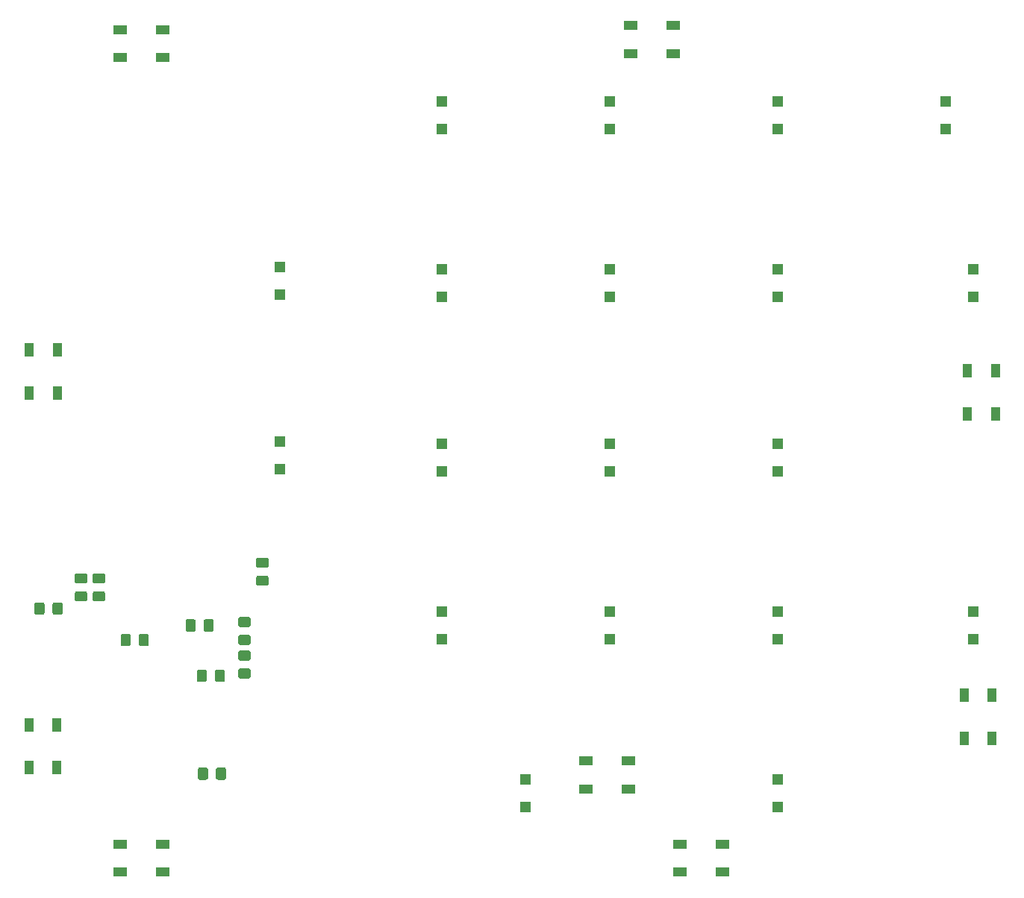
<source format=gbr>
G04 #@! TF.GenerationSoftware,KiCad,Pcbnew,(5.1.5)-3*
G04 #@! TF.CreationDate,2020-12-24T17:13:42-08:00*
G04 #@! TF.ProjectId,edge-key-seventeen,65646765-2d6b-4657-992d-736576656e74,v1.0 rev 1*
G04 #@! TF.SameCoordinates,PX7616b68PY2a640d0*
G04 #@! TF.FileFunction,Paste,Bot*
G04 #@! TF.FilePolarity,Positive*
%FSLAX46Y46*%
G04 Gerber Fmt 4.6, Leading zero omitted, Abs format (unit mm)*
G04 Created by KiCad (PCBNEW (5.1.5)-3) date 2020-12-24 17:13:42*
%MOMM*%
%LPD*%
G04 APERTURE LIST*
%ADD10R,1.000000X1.500000*%
%ADD11R,1.200000X1.200000*%
%ADD12R,1.500000X1.000000*%
%ADD13C,0.100000*%
G04 APERTURE END LIST*
D10*
G04 #@! TO.C,D29*
X1575000Y-81116000D03*
X4775000Y-81116000D03*
X1575000Y-86016000D03*
X4775000Y-86016000D03*
G04 #@! TD*
D11*
G04 #@! TO.C,D28*
X30099000Y-52121000D03*
X30099000Y-48971000D03*
G04 #@! TD*
G04 #@! TO.C,D27*
X30099000Y-32309000D03*
X30099000Y-29159000D03*
G04 #@! TD*
D10*
G04 #@! TO.C,D26*
X4851000Y-43434000D03*
X1651000Y-43434000D03*
X4851000Y-38534000D03*
X1651000Y-38534000D03*
G04 #@! TD*
D12*
G04 #@! TO.C,D25*
X11901000Y-5410000D03*
X11901000Y-2210000D03*
X16801000Y-5410000D03*
X16801000Y-2210000D03*
G04 #@! TD*
G04 #@! TO.C,D24*
X69813000Y-4952800D03*
X69813000Y-1752800D03*
X74713000Y-4952800D03*
X74713000Y-1752800D03*
G04 #@! TD*
D10*
G04 #@! TO.C,D23*
X111251800Y-45858600D03*
X108051800Y-45858600D03*
X111251800Y-40958600D03*
X108051800Y-40958600D03*
G04 #@! TD*
G04 #@! TO.C,D22*
X110870800Y-82663200D03*
X107670800Y-82663200D03*
X110870800Y-77763200D03*
X107670800Y-77763200D03*
G04 #@! TD*
D12*
G04 #@! TO.C,D21*
X64733000Y-88391800D03*
X64733000Y-85191800D03*
X69633000Y-88391800D03*
X69633000Y-85191800D03*
G04 #@! TD*
G04 #@! TO.C,D20*
X75401000Y-97866000D03*
X75401000Y-94666000D03*
X80301000Y-97866000D03*
X80301000Y-94666000D03*
G04 #@! TD*
G04 #@! TO.C,D19*
X11901000Y-97866000D03*
X11901000Y-94666000D03*
X16801000Y-97866000D03*
X16801000Y-94666000D03*
G04 #@! TD*
D11*
G04 #@! TO.C,D18*
X86518750Y-87325000D03*
X86518750Y-90475000D03*
G04 #@! TD*
G04 #@! TO.C,D17*
X57943750Y-90475000D03*
X57943750Y-87325000D03*
G04 #@! TD*
G04 #@! TO.C,D16*
X108743750Y-71425000D03*
X108743750Y-68275000D03*
G04 #@! TD*
G04 #@! TO.C,D15*
X86518750Y-71425000D03*
X86518750Y-68275000D03*
G04 #@! TD*
G04 #@! TO.C,D14*
X67468750Y-71425000D03*
X67468750Y-68275000D03*
G04 #@! TD*
G04 #@! TO.C,D13*
X48418750Y-71425000D03*
X48418750Y-68275000D03*
G04 #@! TD*
G04 #@! TO.C,D12*
X86518750Y-52375000D03*
X86518750Y-49225000D03*
G04 #@! TD*
G04 #@! TO.C,D11*
X67468750Y-52375000D03*
X67468750Y-49225000D03*
G04 #@! TD*
G04 #@! TO.C,D10*
X48418750Y-52375000D03*
X48418750Y-49225000D03*
G04 #@! TD*
G04 #@! TO.C,D9*
X108743750Y-29381250D03*
X108743750Y-32531250D03*
G04 #@! TD*
G04 #@! TO.C,D7*
X86518750Y-32531250D03*
X86518750Y-29381250D03*
G04 #@! TD*
G04 #@! TO.C,D6*
X67468750Y-32531250D03*
X67468750Y-29381250D03*
G04 #@! TD*
G04 #@! TO.C,D5*
X48418750Y-32531250D03*
X48418750Y-29381250D03*
G04 #@! TD*
G04 #@! TO.C,D4*
X105568750Y-13481250D03*
X105568750Y-10331250D03*
G04 #@! TD*
G04 #@! TO.C,D3*
X86518750Y-13481250D03*
X86518750Y-10331250D03*
G04 #@! TD*
G04 #@! TO.C,D2*
X67468750Y-13481250D03*
X67468750Y-10331250D03*
G04 #@! TD*
G04 #@! TO.C,D1*
X48418750Y-13481250D03*
X48418750Y-10331250D03*
G04 #@! TD*
D13*
G04 #@! TO.C,R5*
G36*
X28541505Y-62155204D02*
G01*
X28565773Y-62158804D01*
X28589572Y-62164765D01*
X28612671Y-62173030D01*
X28634850Y-62183520D01*
X28655893Y-62196132D01*
X28675599Y-62210747D01*
X28693777Y-62227223D01*
X28710253Y-62245401D01*
X28724868Y-62265107D01*
X28737480Y-62286150D01*
X28747970Y-62308329D01*
X28756235Y-62331428D01*
X28762196Y-62355227D01*
X28765796Y-62379495D01*
X28767000Y-62403999D01*
X28767000Y-63054001D01*
X28765796Y-63078505D01*
X28762196Y-63102773D01*
X28756235Y-63126572D01*
X28747970Y-63149671D01*
X28737480Y-63171850D01*
X28724868Y-63192893D01*
X28710253Y-63212599D01*
X28693777Y-63230777D01*
X28675599Y-63247253D01*
X28655893Y-63261868D01*
X28634850Y-63274480D01*
X28612671Y-63284970D01*
X28589572Y-63293235D01*
X28565773Y-63299196D01*
X28541505Y-63302796D01*
X28517001Y-63304000D01*
X27616999Y-63304000D01*
X27592495Y-63302796D01*
X27568227Y-63299196D01*
X27544428Y-63293235D01*
X27521329Y-63284970D01*
X27499150Y-63274480D01*
X27478107Y-63261868D01*
X27458401Y-63247253D01*
X27440223Y-63230777D01*
X27423747Y-63212599D01*
X27409132Y-63192893D01*
X27396520Y-63171850D01*
X27386030Y-63149671D01*
X27377765Y-63126572D01*
X27371804Y-63102773D01*
X27368204Y-63078505D01*
X27367000Y-63054001D01*
X27367000Y-62403999D01*
X27368204Y-62379495D01*
X27371804Y-62355227D01*
X27377765Y-62331428D01*
X27386030Y-62308329D01*
X27396520Y-62286150D01*
X27409132Y-62265107D01*
X27423747Y-62245401D01*
X27440223Y-62227223D01*
X27458401Y-62210747D01*
X27478107Y-62196132D01*
X27499150Y-62183520D01*
X27521329Y-62173030D01*
X27544428Y-62164765D01*
X27568227Y-62158804D01*
X27592495Y-62155204D01*
X27616999Y-62154000D01*
X28517001Y-62154000D01*
X28541505Y-62155204D01*
G37*
G36*
X28541505Y-64205204D02*
G01*
X28565773Y-64208804D01*
X28589572Y-64214765D01*
X28612671Y-64223030D01*
X28634850Y-64233520D01*
X28655893Y-64246132D01*
X28675599Y-64260747D01*
X28693777Y-64277223D01*
X28710253Y-64295401D01*
X28724868Y-64315107D01*
X28737480Y-64336150D01*
X28747970Y-64358329D01*
X28756235Y-64381428D01*
X28762196Y-64405227D01*
X28765796Y-64429495D01*
X28767000Y-64453999D01*
X28767000Y-65104001D01*
X28765796Y-65128505D01*
X28762196Y-65152773D01*
X28756235Y-65176572D01*
X28747970Y-65199671D01*
X28737480Y-65221850D01*
X28724868Y-65242893D01*
X28710253Y-65262599D01*
X28693777Y-65280777D01*
X28675599Y-65297253D01*
X28655893Y-65311868D01*
X28634850Y-65324480D01*
X28612671Y-65334970D01*
X28589572Y-65343235D01*
X28565773Y-65349196D01*
X28541505Y-65352796D01*
X28517001Y-65354000D01*
X27616999Y-65354000D01*
X27592495Y-65352796D01*
X27568227Y-65349196D01*
X27544428Y-65343235D01*
X27521329Y-65334970D01*
X27499150Y-65324480D01*
X27478107Y-65311868D01*
X27458401Y-65297253D01*
X27440223Y-65280777D01*
X27423747Y-65262599D01*
X27409132Y-65242893D01*
X27396520Y-65221850D01*
X27386030Y-65199671D01*
X27377765Y-65176572D01*
X27371804Y-65152773D01*
X27368204Y-65128505D01*
X27367000Y-65104001D01*
X27367000Y-64453999D01*
X27368204Y-64429495D01*
X27371804Y-64405227D01*
X27377765Y-64381428D01*
X27386030Y-64358329D01*
X27396520Y-64336150D01*
X27409132Y-64315107D01*
X27423747Y-64295401D01*
X27440223Y-64277223D01*
X27458401Y-64260747D01*
X27478107Y-64246132D01*
X27499150Y-64233520D01*
X27521329Y-64223030D01*
X27544428Y-64214765D01*
X27568227Y-64208804D01*
X27592495Y-64205204D01*
X27616999Y-64204000D01*
X28517001Y-64204000D01*
X28541505Y-64205204D01*
G37*
G04 #@! TD*
G04 #@! TO.C,C10*
G36*
X7967505Y-63933204D02*
G01*
X7991773Y-63936804D01*
X8015572Y-63942765D01*
X8038671Y-63951030D01*
X8060850Y-63961520D01*
X8081893Y-63974132D01*
X8101599Y-63988747D01*
X8119777Y-64005223D01*
X8136253Y-64023401D01*
X8150868Y-64043107D01*
X8163480Y-64064150D01*
X8173970Y-64086329D01*
X8182235Y-64109428D01*
X8188196Y-64133227D01*
X8191796Y-64157495D01*
X8193000Y-64181999D01*
X8193000Y-64832001D01*
X8191796Y-64856505D01*
X8188196Y-64880773D01*
X8182235Y-64904572D01*
X8173970Y-64927671D01*
X8163480Y-64949850D01*
X8150868Y-64970893D01*
X8136253Y-64990599D01*
X8119777Y-65008777D01*
X8101599Y-65025253D01*
X8081893Y-65039868D01*
X8060850Y-65052480D01*
X8038671Y-65062970D01*
X8015572Y-65071235D01*
X7991773Y-65077196D01*
X7967505Y-65080796D01*
X7943001Y-65082000D01*
X7042999Y-65082000D01*
X7018495Y-65080796D01*
X6994227Y-65077196D01*
X6970428Y-65071235D01*
X6947329Y-65062970D01*
X6925150Y-65052480D01*
X6904107Y-65039868D01*
X6884401Y-65025253D01*
X6866223Y-65008777D01*
X6849747Y-64990599D01*
X6835132Y-64970893D01*
X6822520Y-64949850D01*
X6812030Y-64927671D01*
X6803765Y-64904572D01*
X6797804Y-64880773D01*
X6794204Y-64856505D01*
X6793000Y-64832001D01*
X6793000Y-64181999D01*
X6794204Y-64157495D01*
X6797804Y-64133227D01*
X6803765Y-64109428D01*
X6812030Y-64086329D01*
X6822520Y-64064150D01*
X6835132Y-64043107D01*
X6849747Y-64023401D01*
X6866223Y-64005223D01*
X6884401Y-63988747D01*
X6904107Y-63974132D01*
X6925150Y-63961520D01*
X6947329Y-63951030D01*
X6970428Y-63942765D01*
X6994227Y-63936804D01*
X7018495Y-63933204D01*
X7042999Y-63932000D01*
X7943001Y-63932000D01*
X7967505Y-63933204D01*
G37*
G36*
X7967505Y-65983204D02*
G01*
X7991773Y-65986804D01*
X8015572Y-65992765D01*
X8038671Y-66001030D01*
X8060850Y-66011520D01*
X8081893Y-66024132D01*
X8101599Y-66038747D01*
X8119777Y-66055223D01*
X8136253Y-66073401D01*
X8150868Y-66093107D01*
X8163480Y-66114150D01*
X8173970Y-66136329D01*
X8182235Y-66159428D01*
X8188196Y-66183227D01*
X8191796Y-66207495D01*
X8193000Y-66231999D01*
X8193000Y-66882001D01*
X8191796Y-66906505D01*
X8188196Y-66930773D01*
X8182235Y-66954572D01*
X8173970Y-66977671D01*
X8163480Y-66999850D01*
X8150868Y-67020893D01*
X8136253Y-67040599D01*
X8119777Y-67058777D01*
X8101599Y-67075253D01*
X8081893Y-67089868D01*
X8060850Y-67102480D01*
X8038671Y-67112970D01*
X8015572Y-67121235D01*
X7991773Y-67127196D01*
X7967505Y-67130796D01*
X7943001Y-67132000D01*
X7042999Y-67132000D01*
X7018495Y-67130796D01*
X6994227Y-67127196D01*
X6970428Y-67121235D01*
X6947329Y-67112970D01*
X6925150Y-67102480D01*
X6904107Y-67089868D01*
X6884401Y-67075253D01*
X6866223Y-67058777D01*
X6849747Y-67040599D01*
X6835132Y-67020893D01*
X6822520Y-66999850D01*
X6812030Y-66977671D01*
X6803765Y-66954572D01*
X6797804Y-66930773D01*
X6794204Y-66906505D01*
X6793000Y-66882001D01*
X6793000Y-66231999D01*
X6794204Y-66207495D01*
X6797804Y-66183227D01*
X6803765Y-66159428D01*
X6812030Y-66136329D01*
X6822520Y-66114150D01*
X6835132Y-66093107D01*
X6849747Y-66073401D01*
X6866223Y-66055223D01*
X6884401Y-66038747D01*
X6904107Y-66024132D01*
X6925150Y-66011520D01*
X6947329Y-66001030D01*
X6970428Y-65992765D01*
X6994227Y-65986804D01*
X7018495Y-65983204D01*
X7042999Y-65982000D01*
X7943001Y-65982000D01*
X7967505Y-65983204D01*
G37*
G04 #@! TD*
G04 #@! TO.C,R7*
G36*
X9999505Y-63933204D02*
G01*
X10023773Y-63936804D01*
X10047572Y-63942765D01*
X10070671Y-63951030D01*
X10092850Y-63961520D01*
X10113893Y-63974132D01*
X10133599Y-63988747D01*
X10151777Y-64005223D01*
X10168253Y-64023401D01*
X10182868Y-64043107D01*
X10195480Y-64064150D01*
X10205970Y-64086329D01*
X10214235Y-64109428D01*
X10220196Y-64133227D01*
X10223796Y-64157495D01*
X10225000Y-64181999D01*
X10225000Y-64832001D01*
X10223796Y-64856505D01*
X10220196Y-64880773D01*
X10214235Y-64904572D01*
X10205970Y-64927671D01*
X10195480Y-64949850D01*
X10182868Y-64970893D01*
X10168253Y-64990599D01*
X10151777Y-65008777D01*
X10133599Y-65025253D01*
X10113893Y-65039868D01*
X10092850Y-65052480D01*
X10070671Y-65062970D01*
X10047572Y-65071235D01*
X10023773Y-65077196D01*
X9999505Y-65080796D01*
X9975001Y-65082000D01*
X9074999Y-65082000D01*
X9050495Y-65080796D01*
X9026227Y-65077196D01*
X9002428Y-65071235D01*
X8979329Y-65062970D01*
X8957150Y-65052480D01*
X8936107Y-65039868D01*
X8916401Y-65025253D01*
X8898223Y-65008777D01*
X8881747Y-64990599D01*
X8867132Y-64970893D01*
X8854520Y-64949850D01*
X8844030Y-64927671D01*
X8835765Y-64904572D01*
X8829804Y-64880773D01*
X8826204Y-64856505D01*
X8825000Y-64832001D01*
X8825000Y-64181999D01*
X8826204Y-64157495D01*
X8829804Y-64133227D01*
X8835765Y-64109428D01*
X8844030Y-64086329D01*
X8854520Y-64064150D01*
X8867132Y-64043107D01*
X8881747Y-64023401D01*
X8898223Y-64005223D01*
X8916401Y-63988747D01*
X8936107Y-63974132D01*
X8957150Y-63961520D01*
X8979329Y-63951030D01*
X9002428Y-63942765D01*
X9026227Y-63936804D01*
X9050495Y-63933204D01*
X9074999Y-63932000D01*
X9975001Y-63932000D01*
X9999505Y-63933204D01*
G37*
G36*
X9999505Y-65983204D02*
G01*
X10023773Y-65986804D01*
X10047572Y-65992765D01*
X10070671Y-66001030D01*
X10092850Y-66011520D01*
X10113893Y-66024132D01*
X10133599Y-66038747D01*
X10151777Y-66055223D01*
X10168253Y-66073401D01*
X10182868Y-66093107D01*
X10195480Y-66114150D01*
X10205970Y-66136329D01*
X10214235Y-66159428D01*
X10220196Y-66183227D01*
X10223796Y-66207495D01*
X10225000Y-66231999D01*
X10225000Y-66882001D01*
X10223796Y-66906505D01*
X10220196Y-66930773D01*
X10214235Y-66954572D01*
X10205970Y-66977671D01*
X10195480Y-66999850D01*
X10182868Y-67020893D01*
X10168253Y-67040599D01*
X10151777Y-67058777D01*
X10133599Y-67075253D01*
X10113893Y-67089868D01*
X10092850Y-67102480D01*
X10070671Y-67112970D01*
X10047572Y-67121235D01*
X10023773Y-67127196D01*
X9999505Y-67130796D01*
X9975001Y-67132000D01*
X9074999Y-67132000D01*
X9050495Y-67130796D01*
X9026227Y-67127196D01*
X9002428Y-67121235D01*
X8979329Y-67112970D01*
X8957150Y-67102480D01*
X8936107Y-67089868D01*
X8916401Y-67075253D01*
X8898223Y-67058777D01*
X8881747Y-67040599D01*
X8867132Y-67020893D01*
X8854520Y-66999850D01*
X8844030Y-66977671D01*
X8835765Y-66954572D01*
X8829804Y-66930773D01*
X8826204Y-66906505D01*
X8825000Y-66882001D01*
X8825000Y-66231999D01*
X8826204Y-66207495D01*
X8829804Y-66183227D01*
X8835765Y-66159428D01*
X8844030Y-66136329D01*
X8854520Y-66114150D01*
X8867132Y-66093107D01*
X8881747Y-66073401D01*
X8898223Y-66055223D01*
X8916401Y-66038747D01*
X8936107Y-66024132D01*
X8957150Y-66011520D01*
X8979329Y-66001030D01*
X9002428Y-65992765D01*
X9026227Y-65986804D01*
X9050495Y-65983204D01*
X9074999Y-65982000D01*
X9975001Y-65982000D01*
X9999505Y-65983204D01*
G37*
G04 #@! TD*
G04 #@! TO.C,R1*
G36*
X23726505Y-85978704D02*
G01*
X23750773Y-85982304D01*
X23774572Y-85988265D01*
X23797671Y-85996530D01*
X23819850Y-86007020D01*
X23840893Y-86019632D01*
X23860599Y-86034247D01*
X23878777Y-86050723D01*
X23895253Y-86068901D01*
X23909868Y-86088607D01*
X23922480Y-86109650D01*
X23932970Y-86131829D01*
X23941235Y-86154928D01*
X23947196Y-86178727D01*
X23950796Y-86202995D01*
X23952000Y-86227499D01*
X23952000Y-87127501D01*
X23950796Y-87152005D01*
X23947196Y-87176273D01*
X23941235Y-87200072D01*
X23932970Y-87223171D01*
X23922480Y-87245350D01*
X23909868Y-87266393D01*
X23895253Y-87286099D01*
X23878777Y-87304277D01*
X23860599Y-87320753D01*
X23840893Y-87335368D01*
X23819850Y-87347980D01*
X23797671Y-87358470D01*
X23774572Y-87366735D01*
X23750773Y-87372696D01*
X23726505Y-87376296D01*
X23702001Y-87377500D01*
X23051999Y-87377500D01*
X23027495Y-87376296D01*
X23003227Y-87372696D01*
X22979428Y-87366735D01*
X22956329Y-87358470D01*
X22934150Y-87347980D01*
X22913107Y-87335368D01*
X22893401Y-87320753D01*
X22875223Y-87304277D01*
X22858747Y-87286099D01*
X22844132Y-87266393D01*
X22831520Y-87245350D01*
X22821030Y-87223171D01*
X22812765Y-87200072D01*
X22806804Y-87176273D01*
X22803204Y-87152005D01*
X22802000Y-87127501D01*
X22802000Y-86227499D01*
X22803204Y-86202995D01*
X22806804Y-86178727D01*
X22812765Y-86154928D01*
X22821030Y-86131829D01*
X22831520Y-86109650D01*
X22844132Y-86088607D01*
X22858747Y-86068901D01*
X22875223Y-86050723D01*
X22893401Y-86034247D01*
X22913107Y-86019632D01*
X22934150Y-86007020D01*
X22956329Y-85996530D01*
X22979428Y-85988265D01*
X23003227Y-85982304D01*
X23027495Y-85978704D01*
X23051999Y-85977500D01*
X23702001Y-85977500D01*
X23726505Y-85978704D01*
G37*
G36*
X21676505Y-85978704D02*
G01*
X21700773Y-85982304D01*
X21724572Y-85988265D01*
X21747671Y-85996530D01*
X21769850Y-86007020D01*
X21790893Y-86019632D01*
X21810599Y-86034247D01*
X21828777Y-86050723D01*
X21845253Y-86068901D01*
X21859868Y-86088607D01*
X21872480Y-86109650D01*
X21882970Y-86131829D01*
X21891235Y-86154928D01*
X21897196Y-86178727D01*
X21900796Y-86202995D01*
X21902000Y-86227499D01*
X21902000Y-87127501D01*
X21900796Y-87152005D01*
X21897196Y-87176273D01*
X21891235Y-87200072D01*
X21882970Y-87223171D01*
X21872480Y-87245350D01*
X21859868Y-87266393D01*
X21845253Y-87286099D01*
X21828777Y-87304277D01*
X21810599Y-87320753D01*
X21790893Y-87335368D01*
X21769850Y-87347980D01*
X21747671Y-87358470D01*
X21724572Y-87366735D01*
X21700773Y-87372696D01*
X21676505Y-87376296D01*
X21652001Y-87377500D01*
X21001999Y-87377500D01*
X20977495Y-87376296D01*
X20953227Y-87372696D01*
X20929428Y-87366735D01*
X20906329Y-87358470D01*
X20884150Y-87347980D01*
X20863107Y-87335368D01*
X20843401Y-87320753D01*
X20825223Y-87304277D01*
X20808747Y-87286099D01*
X20794132Y-87266393D01*
X20781520Y-87245350D01*
X20771030Y-87223171D01*
X20762765Y-87200072D01*
X20756804Y-87176273D01*
X20753204Y-87152005D01*
X20752000Y-87127501D01*
X20752000Y-86227499D01*
X20753204Y-86202995D01*
X20756804Y-86178727D01*
X20762765Y-86154928D01*
X20771030Y-86131829D01*
X20781520Y-86109650D01*
X20794132Y-86088607D01*
X20808747Y-86068901D01*
X20825223Y-86050723D01*
X20843401Y-86034247D01*
X20863107Y-86019632D01*
X20884150Y-86007020D01*
X20906329Y-85996530D01*
X20929428Y-85988265D01*
X20953227Y-85982304D01*
X20977495Y-85978704D01*
X21001999Y-85977500D01*
X21652001Y-85977500D01*
X21676505Y-85978704D01*
G37*
G04 #@! TD*
G04 #@! TO.C,C8*
G36*
X20279505Y-69151204D02*
G01*
X20303773Y-69154804D01*
X20327572Y-69160765D01*
X20350671Y-69169030D01*
X20372850Y-69179520D01*
X20393893Y-69192132D01*
X20413599Y-69206747D01*
X20431777Y-69223223D01*
X20448253Y-69241401D01*
X20462868Y-69261107D01*
X20475480Y-69282150D01*
X20485970Y-69304329D01*
X20494235Y-69327428D01*
X20500196Y-69351227D01*
X20503796Y-69375495D01*
X20505000Y-69399999D01*
X20505000Y-70300001D01*
X20503796Y-70324505D01*
X20500196Y-70348773D01*
X20494235Y-70372572D01*
X20485970Y-70395671D01*
X20475480Y-70417850D01*
X20462868Y-70438893D01*
X20448253Y-70458599D01*
X20431777Y-70476777D01*
X20413599Y-70493253D01*
X20393893Y-70507868D01*
X20372850Y-70520480D01*
X20350671Y-70530970D01*
X20327572Y-70539235D01*
X20303773Y-70545196D01*
X20279505Y-70548796D01*
X20255001Y-70550000D01*
X19604999Y-70550000D01*
X19580495Y-70548796D01*
X19556227Y-70545196D01*
X19532428Y-70539235D01*
X19509329Y-70530970D01*
X19487150Y-70520480D01*
X19466107Y-70507868D01*
X19446401Y-70493253D01*
X19428223Y-70476777D01*
X19411747Y-70458599D01*
X19397132Y-70438893D01*
X19384520Y-70417850D01*
X19374030Y-70395671D01*
X19365765Y-70372572D01*
X19359804Y-70348773D01*
X19356204Y-70324505D01*
X19355000Y-70300001D01*
X19355000Y-69399999D01*
X19356204Y-69375495D01*
X19359804Y-69351227D01*
X19365765Y-69327428D01*
X19374030Y-69304329D01*
X19384520Y-69282150D01*
X19397132Y-69261107D01*
X19411747Y-69241401D01*
X19428223Y-69223223D01*
X19446401Y-69206747D01*
X19466107Y-69192132D01*
X19487150Y-69179520D01*
X19509329Y-69169030D01*
X19532428Y-69160765D01*
X19556227Y-69154804D01*
X19580495Y-69151204D01*
X19604999Y-69150000D01*
X20255001Y-69150000D01*
X20279505Y-69151204D01*
G37*
G36*
X22329505Y-69151204D02*
G01*
X22353773Y-69154804D01*
X22377572Y-69160765D01*
X22400671Y-69169030D01*
X22422850Y-69179520D01*
X22443893Y-69192132D01*
X22463599Y-69206747D01*
X22481777Y-69223223D01*
X22498253Y-69241401D01*
X22512868Y-69261107D01*
X22525480Y-69282150D01*
X22535970Y-69304329D01*
X22544235Y-69327428D01*
X22550196Y-69351227D01*
X22553796Y-69375495D01*
X22555000Y-69399999D01*
X22555000Y-70300001D01*
X22553796Y-70324505D01*
X22550196Y-70348773D01*
X22544235Y-70372572D01*
X22535970Y-70395671D01*
X22525480Y-70417850D01*
X22512868Y-70438893D01*
X22498253Y-70458599D01*
X22481777Y-70476777D01*
X22463599Y-70493253D01*
X22443893Y-70507868D01*
X22422850Y-70520480D01*
X22400671Y-70530970D01*
X22377572Y-70539235D01*
X22353773Y-70545196D01*
X22329505Y-70548796D01*
X22305001Y-70550000D01*
X21654999Y-70550000D01*
X21630495Y-70548796D01*
X21606227Y-70545196D01*
X21582428Y-70539235D01*
X21559329Y-70530970D01*
X21537150Y-70520480D01*
X21516107Y-70507868D01*
X21496401Y-70493253D01*
X21478223Y-70476777D01*
X21461747Y-70458599D01*
X21447132Y-70438893D01*
X21434520Y-70417850D01*
X21424030Y-70395671D01*
X21415765Y-70372572D01*
X21409804Y-70348773D01*
X21406204Y-70324505D01*
X21405000Y-70300001D01*
X21405000Y-69399999D01*
X21406204Y-69375495D01*
X21409804Y-69351227D01*
X21415765Y-69327428D01*
X21424030Y-69304329D01*
X21434520Y-69282150D01*
X21447132Y-69261107D01*
X21461747Y-69241401D01*
X21478223Y-69223223D01*
X21496401Y-69206747D01*
X21516107Y-69192132D01*
X21537150Y-69179520D01*
X21559329Y-69169030D01*
X21582428Y-69160765D01*
X21606227Y-69154804D01*
X21630495Y-69151204D01*
X21654999Y-69150000D01*
X22305001Y-69150000D01*
X22329505Y-69151204D01*
G37*
G04 #@! TD*
G04 #@! TO.C,C7*
G36*
X26509505Y-72696204D02*
G01*
X26533773Y-72699804D01*
X26557572Y-72705765D01*
X26580671Y-72714030D01*
X26602850Y-72724520D01*
X26623893Y-72737132D01*
X26643599Y-72751747D01*
X26661777Y-72768223D01*
X26678253Y-72786401D01*
X26692868Y-72806107D01*
X26705480Y-72827150D01*
X26715970Y-72849329D01*
X26724235Y-72872428D01*
X26730196Y-72896227D01*
X26733796Y-72920495D01*
X26735000Y-72944999D01*
X26735000Y-73595001D01*
X26733796Y-73619505D01*
X26730196Y-73643773D01*
X26724235Y-73667572D01*
X26715970Y-73690671D01*
X26705480Y-73712850D01*
X26692868Y-73733893D01*
X26678253Y-73753599D01*
X26661777Y-73771777D01*
X26643599Y-73788253D01*
X26623893Y-73802868D01*
X26602850Y-73815480D01*
X26580671Y-73825970D01*
X26557572Y-73834235D01*
X26533773Y-73840196D01*
X26509505Y-73843796D01*
X26485001Y-73845000D01*
X25584999Y-73845000D01*
X25560495Y-73843796D01*
X25536227Y-73840196D01*
X25512428Y-73834235D01*
X25489329Y-73825970D01*
X25467150Y-73815480D01*
X25446107Y-73802868D01*
X25426401Y-73788253D01*
X25408223Y-73771777D01*
X25391747Y-73753599D01*
X25377132Y-73733893D01*
X25364520Y-73712850D01*
X25354030Y-73690671D01*
X25345765Y-73667572D01*
X25339804Y-73643773D01*
X25336204Y-73619505D01*
X25335000Y-73595001D01*
X25335000Y-72944999D01*
X25336204Y-72920495D01*
X25339804Y-72896227D01*
X25345765Y-72872428D01*
X25354030Y-72849329D01*
X25364520Y-72827150D01*
X25377132Y-72806107D01*
X25391747Y-72786401D01*
X25408223Y-72768223D01*
X25426401Y-72751747D01*
X25446107Y-72737132D01*
X25467150Y-72724520D01*
X25489329Y-72714030D01*
X25512428Y-72705765D01*
X25536227Y-72699804D01*
X25560495Y-72696204D01*
X25584999Y-72695000D01*
X26485001Y-72695000D01*
X26509505Y-72696204D01*
G37*
G36*
X26509505Y-74746204D02*
G01*
X26533773Y-74749804D01*
X26557572Y-74755765D01*
X26580671Y-74764030D01*
X26602850Y-74774520D01*
X26623893Y-74787132D01*
X26643599Y-74801747D01*
X26661777Y-74818223D01*
X26678253Y-74836401D01*
X26692868Y-74856107D01*
X26705480Y-74877150D01*
X26715970Y-74899329D01*
X26724235Y-74922428D01*
X26730196Y-74946227D01*
X26733796Y-74970495D01*
X26735000Y-74994999D01*
X26735000Y-75645001D01*
X26733796Y-75669505D01*
X26730196Y-75693773D01*
X26724235Y-75717572D01*
X26715970Y-75740671D01*
X26705480Y-75762850D01*
X26692868Y-75783893D01*
X26678253Y-75803599D01*
X26661777Y-75821777D01*
X26643599Y-75838253D01*
X26623893Y-75852868D01*
X26602850Y-75865480D01*
X26580671Y-75875970D01*
X26557572Y-75884235D01*
X26533773Y-75890196D01*
X26509505Y-75893796D01*
X26485001Y-75895000D01*
X25584999Y-75895000D01*
X25560495Y-75893796D01*
X25536227Y-75890196D01*
X25512428Y-75884235D01*
X25489329Y-75875970D01*
X25467150Y-75865480D01*
X25446107Y-75852868D01*
X25426401Y-75838253D01*
X25408223Y-75821777D01*
X25391747Y-75803599D01*
X25377132Y-75783893D01*
X25364520Y-75762850D01*
X25354030Y-75740671D01*
X25345765Y-75717572D01*
X25339804Y-75693773D01*
X25336204Y-75669505D01*
X25335000Y-75645001D01*
X25335000Y-74994999D01*
X25336204Y-74970495D01*
X25339804Y-74946227D01*
X25345765Y-74922428D01*
X25354030Y-74899329D01*
X25364520Y-74877150D01*
X25377132Y-74856107D01*
X25391747Y-74836401D01*
X25408223Y-74818223D01*
X25426401Y-74801747D01*
X25446107Y-74787132D01*
X25467150Y-74774520D01*
X25489329Y-74764030D01*
X25512428Y-74755765D01*
X25536227Y-74749804D01*
X25560495Y-74746204D01*
X25584999Y-74745000D01*
X26485001Y-74745000D01*
X26509505Y-74746204D01*
G37*
G04 #@! TD*
G04 #@! TO.C,C6*
G36*
X21549505Y-74866204D02*
G01*
X21573773Y-74869804D01*
X21597572Y-74875765D01*
X21620671Y-74884030D01*
X21642850Y-74894520D01*
X21663893Y-74907132D01*
X21683599Y-74921747D01*
X21701777Y-74938223D01*
X21718253Y-74956401D01*
X21732868Y-74976107D01*
X21745480Y-74997150D01*
X21755970Y-75019329D01*
X21764235Y-75042428D01*
X21770196Y-75066227D01*
X21773796Y-75090495D01*
X21775000Y-75114999D01*
X21775000Y-76015001D01*
X21773796Y-76039505D01*
X21770196Y-76063773D01*
X21764235Y-76087572D01*
X21755970Y-76110671D01*
X21745480Y-76132850D01*
X21732868Y-76153893D01*
X21718253Y-76173599D01*
X21701777Y-76191777D01*
X21683599Y-76208253D01*
X21663893Y-76222868D01*
X21642850Y-76235480D01*
X21620671Y-76245970D01*
X21597572Y-76254235D01*
X21573773Y-76260196D01*
X21549505Y-76263796D01*
X21525001Y-76265000D01*
X20874999Y-76265000D01*
X20850495Y-76263796D01*
X20826227Y-76260196D01*
X20802428Y-76254235D01*
X20779329Y-76245970D01*
X20757150Y-76235480D01*
X20736107Y-76222868D01*
X20716401Y-76208253D01*
X20698223Y-76191777D01*
X20681747Y-76173599D01*
X20667132Y-76153893D01*
X20654520Y-76132850D01*
X20644030Y-76110671D01*
X20635765Y-76087572D01*
X20629804Y-76063773D01*
X20626204Y-76039505D01*
X20625000Y-76015001D01*
X20625000Y-75114999D01*
X20626204Y-75090495D01*
X20629804Y-75066227D01*
X20635765Y-75042428D01*
X20644030Y-75019329D01*
X20654520Y-74997150D01*
X20667132Y-74976107D01*
X20681747Y-74956401D01*
X20698223Y-74938223D01*
X20716401Y-74921747D01*
X20736107Y-74907132D01*
X20757150Y-74894520D01*
X20779329Y-74884030D01*
X20802428Y-74875765D01*
X20826227Y-74869804D01*
X20850495Y-74866204D01*
X20874999Y-74865000D01*
X21525001Y-74865000D01*
X21549505Y-74866204D01*
G37*
G36*
X23599505Y-74866204D02*
G01*
X23623773Y-74869804D01*
X23647572Y-74875765D01*
X23670671Y-74884030D01*
X23692850Y-74894520D01*
X23713893Y-74907132D01*
X23733599Y-74921747D01*
X23751777Y-74938223D01*
X23768253Y-74956401D01*
X23782868Y-74976107D01*
X23795480Y-74997150D01*
X23805970Y-75019329D01*
X23814235Y-75042428D01*
X23820196Y-75066227D01*
X23823796Y-75090495D01*
X23825000Y-75114999D01*
X23825000Y-76015001D01*
X23823796Y-76039505D01*
X23820196Y-76063773D01*
X23814235Y-76087572D01*
X23805970Y-76110671D01*
X23795480Y-76132850D01*
X23782868Y-76153893D01*
X23768253Y-76173599D01*
X23751777Y-76191777D01*
X23733599Y-76208253D01*
X23713893Y-76222868D01*
X23692850Y-76235480D01*
X23670671Y-76245970D01*
X23647572Y-76254235D01*
X23623773Y-76260196D01*
X23599505Y-76263796D01*
X23575001Y-76265000D01*
X22924999Y-76265000D01*
X22900495Y-76263796D01*
X22876227Y-76260196D01*
X22852428Y-76254235D01*
X22829329Y-76245970D01*
X22807150Y-76235480D01*
X22786107Y-76222868D01*
X22766401Y-76208253D01*
X22748223Y-76191777D01*
X22731747Y-76173599D01*
X22717132Y-76153893D01*
X22704520Y-76132850D01*
X22694030Y-76110671D01*
X22685765Y-76087572D01*
X22679804Y-76063773D01*
X22676204Y-76039505D01*
X22675000Y-76015001D01*
X22675000Y-75114999D01*
X22676204Y-75090495D01*
X22679804Y-75066227D01*
X22685765Y-75042428D01*
X22694030Y-75019329D01*
X22704520Y-74997150D01*
X22717132Y-74976107D01*
X22731747Y-74956401D01*
X22748223Y-74938223D01*
X22766401Y-74921747D01*
X22786107Y-74907132D01*
X22807150Y-74894520D01*
X22829329Y-74884030D01*
X22852428Y-74875765D01*
X22876227Y-74869804D01*
X22900495Y-74866204D01*
X22924999Y-74865000D01*
X23575001Y-74865000D01*
X23599505Y-74866204D01*
G37*
G04 #@! TD*
G04 #@! TO.C,C5*
G36*
X26509505Y-68886204D02*
G01*
X26533773Y-68889804D01*
X26557572Y-68895765D01*
X26580671Y-68904030D01*
X26602850Y-68914520D01*
X26623893Y-68927132D01*
X26643599Y-68941747D01*
X26661777Y-68958223D01*
X26678253Y-68976401D01*
X26692868Y-68996107D01*
X26705480Y-69017150D01*
X26715970Y-69039329D01*
X26724235Y-69062428D01*
X26730196Y-69086227D01*
X26733796Y-69110495D01*
X26735000Y-69134999D01*
X26735000Y-69785001D01*
X26733796Y-69809505D01*
X26730196Y-69833773D01*
X26724235Y-69857572D01*
X26715970Y-69880671D01*
X26705480Y-69902850D01*
X26692868Y-69923893D01*
X26678253Y-69943599D01*
X26661777Y-69961777D01*
X26643599Y-69978253D01*
X26623893Y-69992868D01*
X26602850Y-70005480D01*
X26580671Y-70015970D01*
X26557572Y-70024235D01*
X26533773Y-70030196D01*
X26509505Y-70033796D01*
X26485001Y-70035000D01*
X25584999Y-70035000D01*
X25560495Y-70033796D01*
X25536227Y-70030196D01*
X25512428Y-70024235D01*
X25489329Y-70015970D01*
X25467150Y-70005480D01*
X25446107Y-69992868D01*
X25426401Y-69978253D01*
X25408223Y-69961777D01*
X25391747Y-69943599D01*
X25377132Y-69923893D01*
X25364520Y-69902850D01*
X25354030Y-69880671D01*
X25345765Y-69857572D01*
X25339804Y-69833773D01*
X25336204Y-69809505D01*
X25335000Y-69785001D01*
X25335000Y-69134999D01*
X25336204Y-69110495D01*
X25339804Y-69086227D01*
X25345765Y-69062428D01*
X25354030Y-69039329D01*
X25364520Y-69017150D01*
X25377132Y-68996107D01*
X25391747Y-68976401D01*
X25408223Y-68958223D01*
X25426401Y-68941747D01*
X25446107Y-68927132D01*
X25467150Y-68914520D01*
X25489329Y-68904030D01*
X25512428Y-68895765D01*
X25536227Y-68889804D01*
X25560495Y-68886204D01*
X25584999Y-68885000D01*
X26485001Y-68885000D01*
X26509505Y-68886204D01*
G37*
G36*
X26509505Y-70936204D02*
G01*
X26533773Y-70939804D01*
X26557572Y-70945765D01*
X26580671Y-70954030D01*
X26602850Y-70964520D01*
X26623893Y-70977132D01*
X26643599Y-70991747D01*
X26661777Y-71008223D01*
X26678253Y-71026401D01*
X26692868Y-71046107D01*
X26705480Y-71067150D01*
X26715970Y-71089329D01*
X26724235Y-71112428D01*
X26730196Y-71136227D01*
X26733796Y-71160495D01*
X26735000Y-71184999D01*
X26735000Y-71835001D01*
X26733796Y-71859505D01*
X26730196Y-71883773D01*
X26724235Y-71907572D01*
X26715970Y-71930671D01*
X26705480Y-71952850D01*
X26692868Y-71973893D01*
X26678253Y-71993599D01*
X26661777Y-72011777D01*
X26643599Y-72028253D01*
X26623893Y-72042868D01*
X26602850Y-72055480D01*
X26580671Y-72065970D01*
X26557572Y-72074235D01*
X26533773Y-72080196D01*
X26509505Y-72083796D01*
X26485001Y-72085000D01*
X25584999Y-72085000D01*
X25560495Y-72083796D01*
X25536227Y-72080196D01*
X25512428Y-72074235D01*
X25489329Y-72065970D01*
X25467150Y-72055480D01*
X25446107Y-72042868D01*
X25426401Y-72028253D01*
X25408223Y-72011777D01*
X25391747Y-71993599D01*
X25377132Y-71973893D01*
X25364520Y-71952850D01*
X25354030Y-71930671D01*
X25345765Y-71907572D01*
X25339804Y-71883773D01*
X25336204Y-71859505D01*
X25335000Y-71835001D01*
X25335000Y-71184999D01*
X25336204Y-71160495D01*
X25339804Y-71136227D01*
X25345765Y-71112428D01*
X25354030Y-71089329D01*
X25364520Y-71067150D01*
X25377132Y-71046107D01*
X25391747Y-71026401D01*
X25408223Y-71008223D01*
X25426401Y-70991747D01*
X25446107Y-70977132D01*
X25467150Y-70964520D01*
X25489329Y-70954030D01*
X25512428Y-70945765D01*
X25536227Y-70939804D01*
X25560495Y-70936204D01*
X25584999Y-70935000D01*
X26485001Y-70935000D01*
X26509505Y-70936204D01*
G37*
G04 #@! TD*
G04 #@! TO.C,C4*
G36*
X12913505Y-70802204D02*
G01*
X12937773Y-70805804D01*
X12961572Y-70811765D01*
X12984671Y-70820030D01*
X13006850Y-70830520D01*
X13027893Y-70843132D01*
X13047599Y-70857747D01*
X13065777Y-70874223D01*
X13082253Y-70892401D01*
X13096868Y-70912107D01*
X13109480Y-70933150D01*
X13119970Y-70955329D01*
X13128235Y-70978428D01*
X13134196Y-71002227D01*
X13137796Y-71026495D01*
X13139000Y-71050999D01*
X13139000Y-71951001D01*
X13137796Y-71975505D01*
X13134196Y-71999773D01*
X13128235Y-72023572D01*
X13119970Y-72046671D01*
X13109480Y-72068850D01*
X13096868Y-72089893D01*
X13082253Y-72109599D01*
X13065777Y-72127777D01*
X13047599Y-72144253D01*
X13027893Y-72158868D01*
X13006850Y-72171480D01*
X12984671Y-72181970D01*
X12961572Y-72190235D01*
X12937773Y-72196196D01*
X12913505Y-72199796D01*
X12889001Y-72201000D01*
X12238999Y-72201000D01*
X12214495Y-72199796D01*
X12190227Y-72196196D01*
X12166428Y-72190235D01*
X12143329Y-72181970D01*
X12121150Y-72171480D01*
X12100107Y-72158868D01*
X12080401Y-72144253D01*
X12062223Y-72127777D01*
X12045747Y-72109599D01*
X12031132Y-72089893D01*
X12018520Y-72068850D01*
X12008030Y-72046671D01*
X11999765Y-72023572D01*
X11993804Y-71999773D01*
X11990204Y-71975505D01*
X11989000Y-71951001D01*
X11989000Y-71050999D01*
X11990204Y-71026495D01*
X11993804Y-71002227D01*
X11999765Y-70978428D01*
X12008030Y-70955329D01*
X12018520Y-70933150D01*
X12031132Y-70912107D01*
X12045747Y-70892401D01*
X12062223Y-70874223D01*
X12080401Y-70857747D01*
X12100107Y-70843132D01*
X12121150Y-70830520D01*
X12143329Y-70820030D01*
X12166428Y-70811765D01*
X12190227Y-70805804D01*
X12214495Y-70802204D01*
X12238999Y-70801000D01*
X12889001Y-70801000D01*
X12913505Y-70802204D01*
G37*
G36*
X14963505Y-70802204D02*
G01*
X14987773Y-70805804D01*
X15011572Y-70811765D01*
X15034671Y-70820030D01*
X15056850Y-70830520D01*
X15077893Y-70843132D01*
X15097599Y-70857747D01*
X15115777Y-70874223D01*
X15132253Y-70892401D01*
X15146868Y-70912107D01*
X15159480Y-70933150D01*
X15169970Y-70955329D01*
X15178235Y-70978428D01*
X15184196Y-71002227D01*
X15187796Y-71026495D01*
X15189000Y-71050999D01*
X15189000Y-71951001D01*
X15187796Y-71975505D01*
X15184196Y-71999773D01*
X15178235Y-72023572D01*
X15169970Y-72046671D01*
X15159480Y-72068850D01*
X15146868Y-72089893D01*
X15132253Y-72109599D01*
X15115777Y-72127777D01*
X15097599Y-72144253D01*
X15077893Y-72158868D01*
X15056850Y-72171480D01*
X15034671Y-72181970D01*
X15011572Y-72190235D01*
X14987773Y-72196196D01*
X14963505Y-72199796D01*
X14939001Y-72201000D01*
X14288999Y-72201000D01*
X14264495Y-72199796D01*
X14240227Y-72196196D01*
X14216428Y-72190235D01*
X14193329Y-72181970D01*
X14171150Y-72171480D01*
X14150107Y-72158868D01*
X14130401Y-72144253D01*
X14112223Y-72127777D01*
X14095747Y-72109599D01*
X14081132Y-72089893D01*
X14068520Y-72068850D01*
X14058030Y-72046671D01*
X14049765Y-72023572D01*
X14043804Y-71999773D01*
X14040204Y-71975505D01*
X14039000Y-71951001D01*
X14039000Y-71050999D01*
X14040204Y-71026495D01*
X14043804Y-71002227D01*
X14049765Y-70978428D01*
X14058030Y-70955329D01*
X14068520Y-70933150D01*
X14081132Y-70912107D01*
X14095747Y-70892401D01*
X14112223Y-70874223D01*
X14130401Y-70857747D01*
X14150107Y-70843132D01*
X14171150Y-70830520D01*
X14193329Y-70820030D01*
X14216428Y-70811765D01*
X14240227Y-70805804D01*
X14264495Y-70802204D01*
X14288999Y-70801000D01*
X14939001Y-70801000D01*
X14963505Y-70802204D01*
G37*
G04 #@! TD*
G04 #@! TO.C,C3*
G36*
X3134505Y-67246204D02*
G01*
X3158773Y-67249804D01*
X3182572Y-67255765D01*
X3205671Y-67264030D01*
X3227850Y-67274520D01*
X3248893Y-67287132D01*
X3268599Y-67301747D01*
X3286777Y-67318223D01*
X3303253Y-67336401D01*
X3317868Y-67356107D01*
X3330480Y-67377150D01*
X3340970Y-67399329D01*
X3349235Y-67422428D01*
X3355196Y-67446227D01*
X3358796Y-67470495D01*
X3360000Y-67494999D01*
X3360000Y-68395001D01*
X3358796Y-68419505D01*
X3355196Y-68443773D01*
X3349235Y-68467572D01*
X3340970Y-68490671D01*
X3330480Y-68512850D01*
X3317868Y-68533893D01*
X3303253Y-68553599D01*
X3286777Y-68571777D01*
X3268599Y-68588253D01*
X3248893Y-68602868D01*
X3227850Y-68615480D01*
X3205671Y-68625970D01*
X3182572Y-68634235D01*
X3158773Y-68640196D01*
X3134505Y-68643796D01*
X3110001Y-68645000D01*
X2459999Y-68645000D01*
X2435495Y-68643796D01*
X2411227Y-68640196D01*
X2387428Y-68634235D01*
X2364329Y-68625970D01*
X2342150Y-68615480D01*
X2321107Y-68602868D01*
X2301401Y-68588253D01*
X2283223Y-68571777D01*
X2266747Y-68553599D01*
X2252132Y-68533893D01*
X2239520Y-68512850D01*
X2229030Y-68490671D01*
X2220765Y-68467572D01*
X2214804Y-68443773D01*
X2211204Y-68419505D01*
X2210000Y-68395001D01*
X2210000Y-67494999D01*
X2211204Y-67470495D01*
X2214804Y-67446227D01*
X2220765Y-67422428D01*
X2229030Y-67399329D01*
X2239520Y-67377150D01*
X2252132Y-67356107D01*
X2266747Y-67336401D01*
X2283223Y-67318223D01*
X2301401Y-67301747D01*
X2321107Y-67287132D01*
X2342150Y-67274520D01*
X2364329Y-67264030D01*
X2387428Y-67255765D01*
X2411227Y-67249804D01*
X2435495Y-67246204D01*
X2459999Y-67245000D01*
X3110001Y-67245000D01*
X3134505Y-67246204D01*
G37*
G36*
X5184505Y-67246204D02*
G01*
X5208773Y-67249804D01*
X5232572Y-67255765D01*
X5255671Y-67264030D01*
X5277850Y-67274520D01*
X5298893Y-67287132D01*
X5318599Y-67301747D01*
X5336777Y-67318223D01*
X5353253Y-67336401D01*
X5367868Y-67356107D01*
X5380480Y-67377150D01*
X5390970Y-67399329D01*
X5399235Y-67422428D01*
X5405196Y-67446227D01*
X5408796Y-67470495D01*
X5410000Y-67494999D01*
X5410000Y-68395001D01*
X5408796Y-68419505D01*
X5405196Y-68443773D01*
X5399235Y-68467572D01*
X5390970Y-68490671D01*
X5380480Y-68512850D01*
X5367868Y-68533893D01*
X5353253Y-68553599D01*
X5336777Y-68571777D01*
X5318599Y-68588253D01*
X5298893Y-68602868D01*
X5277850Y-68615480D01*
X5255671Y-68625970D01*
X5232572Y-68634235D01*
X5208773Y-68640196D01*
X5184505Y-68643796D01*
X5160001Y-68645000D01*
X4509999Y-68645000D01*
X4485495Y-68643796D01*
X4461227Y-68640196D01*
X4437428Y-68634235D01*
X4414329Y-68625970D01*
X4392150Y-68615480D01*
X4371107Y-68602868D01*
X4351401Y-68588253D01*
X4333223Y-68571777D01*
X4316747Y-68553599D01*
X4302132Y-68533893D01*
X4289520Y-68512850D01*
X4279030Y-68490671D01*
X4270765Y-68467572D01*
X4264804Y-68443773D01*
X4261204Y-68419505D01*
X4260000Y-68395001D01*
X4260000Y-67494999D01*
X4261204Y-67470495D01*
X4264804Y-67446227D01*
X4270765Y-67422428D01*
X4279030Y-67399329D01*
X4289520Y-67377150D01*
X4302132Y-67356107D01*
X4316747Y-67336401D01*
X4333223Y-67318223D01*
X4351401Y-67301747D01*
X4371107Y-67287132D01*
X4392150Y-67274520D01*
X4414329Y-67264030D01*
X4437428Y-67255765D01*
X4461227Y-67249804D01*
X4485495Y-67246204D01*
X4509999Y-67245000D01*
X5160001Y-67245000D01*
X5184505Y-67246204D01*
G37*
G04 #@! TD*
M02*

</source>
